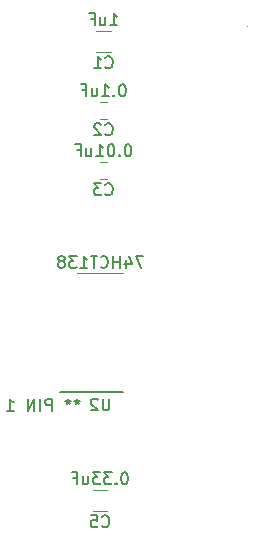
<source format=gbo>
G04 #@! TF.GenerationSoftware,KiCad,Pcbnew,(5.1.5)-3*
G04 #@! TF.CreationDate,2021-09-12T14:11:04+10:00*
G04 #@! TF.ProjectId,CDTV_Reromlocator_v3,43445456-5f52-4657-926f-6d6c6f636174,rev?*
G04 #@! TF.SameCoordinates,Original*
G04 #@! TF.FileFunction,Legend,Bot*
G04 #@! TF.FilePolarity,Positive*
%FSLAX46Y46*%
G04 Gerber Fmt 4.6, Leading zero omitted, Abs format (unit mm)*
G04 Created by KiCad (PCBNEW (5.1.5)-3) date 2021-09-12 14:11:04*
%MOMM*%
%LPD*%
G04 APERTURE LIST*
%ADD10C,0.180000*%
%ADD11C,0.150000*%
%ADD12C,0.120000*%
%ADD13R,1.702000X1.702000*%
%ADD14O,1.702000X1.702000*%
%ADD15C,0.100000*%
%ADD16R,1.802000X1.802000*%
%ADD17O,1.802000X1.802000*%
G04 APERTURE END LIST*
D10*
X82510000Y-128140000D02*
X87900000Y-128140000D01*
D11*
X84010952Y-128712380D02*
X84010952Y-128950476D01*
X84249047Y-128855238D02*
X84010952Y-128950476D01*
X83772857Y-128855238D01*
X84153809Y-129140952D02*
X84010952Y-128950476D01*
X83868095Y-129140952D01*
X83249047Y-128712380D02*
X83249047Y-128950476D01*
X83487142Y-128855238D02*
X83249047Y-128950476D01*
X83010952Y-128855238D01*
X83391904Y-129140952D02*
X83249047Y-128950476D01*
X83106190Y-129140952D01*
X81868095Y-129712380D02*
X81868095Y-128712380D01*
X81487142Y-128712380D01*
X81391904Y-128760000D01*
X81344285Y-128807619D01*
X81296666Y-128902857D01*
X81296666Y-129045714D01*
X81344285Y-129140952D01*
X81391904Y-129188571D01*
X81487142Y-129236190D01*
X81868095Y-129236190D01*
X80868095Y-129712380D02*
X80868095Y-128712380D01*
X80391904Y-129712380D02*
X80391904Y-128712380D01*
X79820476Y-129712380D01*
X79820476Y-128712380D01*
X78058571Y-129712380D02*
X78630000Y-129712380D01*
X78344285Y-129712380D02*
X78344285Y-128712380D01*
X78439523Y-128855238D01*
X78534761Y-128950476D01*
X78630000Y-128998095D01*
D12*
X98360000Y-97090000D02*
X97460000Y-96990000D01*
X85625936Y-99344000D02*
X86830064Y-99344000D01*
X85625936Y-97524000D02*
X86830064Y-97524000D01*
X85966748Y-104986000D02*
X86489252Y-104986000D01*
X85966748Y-103566000D02*
X86489252Y-103566000D01*
X85966748Y-108646000D02*
X86489252Y-108646000D01*
X85966748Y-110066000D02*
X86489252Y-110066000D01*
X85335436Y-136386000D02*
X86539564Y-136386000D01*
X85335436Y-138206000D02*
X86539564Y-138206000D01*
X85974000Y-118012000D02*
X87924000Y-118012000D01*
X85974000Y-118012000D02*
X84024000Y-118012000D01*
X85974000Y-128132000D02*
X87924000Y-128132000D01*
X85974000Y-128132000D02*
X82524000Y-128132000D01*
D11*
X86394666Y-100611142D02*
X86442285Y-100658761D01*
X86585142Y-100706380D01*
X86680380Y-100706380D01*
X86823238Y-100658761D01*
X86918476Y-100563523D01*
X86966095Y-100468285D01*
X87013714Y-100277809D01*
X87013714Y-100134952D01*
X86966095Y-99944476D01*
X86918476Y-99849238D01*
X86823238Y-99754000D01*
X86680380Y-99706380D01*
X86585142Y-99706380D01*
X86442285Y-99754000D01*
X86394666Y-99801619D01*
X85442285Y-100706380D02*
X86013714Y-100706380D01*
X85728000Y-100706380D02*
X85728000Y-99706380D01*
X85823238Y-99849238D01*
X85918476Y-99944476D01*
X86013714Y-99992095D01*
X86823238Y-97066380D02*
X87394666Y-97066380D01*
X87108952Y-97066380D02*
X87108952Y-96066380D01*
X87204190Y-96209238D01*
X87299428Y-96304476D01*
X87394666Y-96352095D01*
X85966095Y-96399714D02*
X85966095Y-97066380D01*
X86394666Y-96399714D02*
X86394666Y-96923523D01*
X86347047Y-97018761D01*
X86251809Y-97066380D01*
X86108952Y-97066380D01*
X86013714Y-97018761D01*
X85966095Y-96971142D01*
X85156571Y-96542571D02*
X85489904Y-96542571D01*
X85489904Y-97066380D02*
X85489904Y-96066380D01*
X85013714Y-96066380D01*
X86394666Y-106283142D02*
X86442285Y-106330761D01*
X86585142Y-106378380D01*
X86680380Y-106378380D01*
X86823238Y-106330761D01*
X86918476Y-106235523D01*
X86966095Y-106140285D01*
X87013714Y-105949809D01*
X87013714Y-105806952D01*
X86966095Y-105616476D01*
X86918476Y-105521238D01*
X86823238Y-105426000D01*
X86680380Y-105378380D01*
X86585142Y-105378380D01*
X86442285Y-105426000D01*
X86394666Y-105473619D01*
X86013714Y-105473619D02*
X85966095Y-105426000D01*
X85870857Y-105378380D01*
X85632761Y-105378380D01*
X85537523Y-105426000D01*
X85489904Y-105473619D01*
X85442285Y-105568857D01*
X85442285Y-105664095D01*
X85489904Y-105806952D01*
X86061333Y-106378380D01*
X85442285Y-106378380D01*
X87870857Y-102078380D02*
X87775619Y-102078380D01*
X87680380Y-102126000D01*
X87632761Y-102173619D01*
X87585142Y-102268857D01*
X87537523Y-102459333D01*
X87537523Y-102697428D01*
X87585142Y-102887904D01*
X87632761Y-102983142D01*
X87680380Y-103030761D01*
X87775619Y-103078380D01*
X87870857Y-103078380D01*
X87966095Y-103030761D01*
X88013714Y-102983142D01*
X88061333Y-102887904D01*
X88108952Y-102697428D01*
X88108952Y-102459333D01*
X88061333Y-102268857D01*
X88013714Y-102173619D01*
X87966095Y-102126000D01*
X87870857Y-102078380D01*
X87108952Y-102983142D02*
X87061333Y-103030761D01*
X87108952Y-103078380D01*
X87156571Y-103030761D01*
X87108952Y-102983142D01*
X87108952Y-103078380D01*
X86108952Y-103078380D02*
X86680380Y-103078380D01*
X86394666Y-103078380D02*
X86394666Y-102078380D01*
X86489904Y-102221238D01*
X86585142Y-102316476D01*
X86680380Y-102364095D01*
X85251809Y-102411714D02*
X85251809Y-103078380D01*
X85680380Y-102411714D02*
X85680380Y-102935523D01*
X85632761Y-103030761D01*
X85537523Y-103078380D01*
X85394666Y-103078380D01*
X85299428Y-103030761D01*
X85251809Y-102983142D01*
X84442285Y-102554571D02*
X84775619Y-102554571D01*
X84775619Y-103078380D02*
X84775619Y-102078380D01*
X84299428Y-102078380D01*
X86394666Y-111363142D02*
X86442285Y-111410761D01*
X86585142Y-111458380D01*
X86680380Y-111458380D01*
X86823238Y-111410761D01*
X86918476Y-111315523D01*
X86966095Y-111220285D01*
X87013714Y-111029809D01*
X87013714Y-110886952D01*
X86966095Y-110696476D01*
X86918476Y-110601238D01*
X86823238Y-110506000D01*
X86680380Y-110458380D01*
X86585142Y-110458380D01*
X86442285Y-110506000D01*
X86394666Y-110553619D01*
X86061333Y-110458380D02*
X85442285Y-110458380D01*
X85775619Y-110839333D01*
X85632761Y-110839333D01*
X85537523Y-110886952D01*
X85489904Y-110934571D01*
X85442285Y-111029809D01*
X85442285Y-111267904D01*
X85489904Y-111363142D01*
X85537523Y-111410761D01*
X85632761Y-111458380D01*
X85918476Y-111458380D01*
X86013714Y-111410761D01*
X86061333Y-111363142D01*
X88347047Y-107158380D02*
X88251809Y-107158380D01*
X88156571Y-107206000D01*
X88108952Y-107253619D01*
X88061333Y-107348857D01*
X88013714Y-107539333D01*
X88013714Y-107777428D01*
X88061333Y-107967904D01*
X88108952Y-108063142D01*
X88156571Y-108110761D01*
X88251809Y-108158380D01*
X88347047Y-108158380D01*
X88442285Y-108110761D01*
X88489904Y-108063142D01*
X88537523Y-107967904D01*
X88585142Y-107777428D01*
X88585142Y-107539333D01*
X88537523Y-107348857D01*
X88489904Y-107253619D01*
X88442285Y-107206000D01*
X88347047Y-107158380D01*
X87585142Y-108063142D02*
X87537523Y-108110761D01*
X87585142Y-108158380D01*
X87632761Y-108110761D01*
X87585142Y-108063142D01*
X87585142Y-108158380D01*
X86918476Y-107158380D02*
X86823238Y-107158380D01*
X86728000Y-107206000D01*
X86680380Y-107253619D01*
X86632761Y-107348857D01*
X86585142Y-107539333D01*
X86585142Y-107777428D01*
X86632761Y-107967904D01*
X86680380Y-108063142D01*
X86728000Y-108110761D01*
X86823238Y-108158380D01*
X86918476Y-108158380D01*
X87013714Y-108110761D01*
X87061333Y-108063142D01*
X87108952Y-107967904D01*
X87156571Y-107777428D01*
X87156571Y-107539333D01*
X87108952Y-107348857D01*
X87061333Y-107253619D01*
X87013714Y-107206000D01*
X86918476Y-107158380D01*
X85632761Y-108158380D02*
X86204190Y-108158380D01*
X85918476Y-108158380D02*
X85918476Y-107158380D01*
X86013714Y-107301238D01*
X86108952Y-107396476D01*
X86204190Y-107444095D01*
X84775619Y-107491714D02*
X84775619Y-108158380D01*
X85204190Y-107491714D02*
X85204190Y-108015523D01*
X85156571Y-108110761D01*
X85061333Y-108158380D01*
X84918476Y-108158380D01*
X84823238Y-108110761D01*
X84775619Y-108063142D01*
X83966095Y-107634571D02*
X84299428Y-107634571D01*
X84299428Y-108158380D02*
X84299428Y-107158380D01*
X83823238Y-107158380D01*
X86104166Y-139473142D02*
X86151785Y-139520761D01*
X86294642Y-139568380D01*
X86389880Y-139568380D01*
X86532738Y-139520761D01*
X86627976Y-139425523D01*
X86675595Y-139330285D01*
X86723214Y-139139809D01*
X86723214Y-138996952D01*
X86675595Y-138806476D01*
X86627976Y-138711238D01*
X86532738Y-138616000D01*
X86389880Y-138568380D01*
X86294642Y-138568380D01*
X86151785Y-138616000D01*
X86104166Y-138663619D01*
X85199404Y-138568380D02*
X85675595Y-138568380D01*
X85723214Y-139044571D01*
X85675595Y-138996952D01*
X85580357Y-138949333D01*
X85342261Y-138949333D01*
X85247023Y-138996952D01*
X85199404Y-139044571D01*
X85151785Y-139139809D01*
X85151785Y-139377904D01*
X85199404Y-139473142D01*
X85247023Y-139520761D01*
X85342261Y-139568380D01*
X85580357Y-139568380D01*
X85675595Y-139520761D01*
X85723214Y-139473142D01*
X88056547Y-134928380D02*
X87961309Y-134928380D01*
X87866071Y-134976000D01*
X87818452Y-135023619D01*
X87770833Y-135118857D01*
X87723214Y-135309333D01*
X87723214Y-135547428D01*
X87770833Y-135737904D01*
X87818452Y-135833142D01*
X87866071Y-135880761D01*
X87961309Y-135928380D01*
X88056547Y-135928380D01*
X88151785Y-135880761D01*
X88199404Y-135833142D01*
X88247023Y-135737904D01*
X88294642Y-135547428D01*
X88294642Y-135309333D01*
X88247023Y-135118857D01*
X88199404Y-135023619D01*
X88151785Y-134976000D01*
X88056547Y-134928380D01*
X87294642Y-135833142D02*
X87247023Y-135880761D01*
X87294642Y-135928380D01*
X87342261Y-135880761D01*
X87294642Y-135833142D01*
X87294642Y-135928380D01*
X86913690Y-134928380D02*
X86294642Y-134928380D01*
X86627976Y-135309333D01*
X86485119Y-135309333D01*
X86389880Y-135356952D01*
X86342261Y-135404571D01*
X86294642Y-135499809D01*
X86294642Y-135737904D01*
X86342261Y-135833142D01*
X86389880Y-135880761D01*
X86485119Y-135928380D01*
X86770833Y-135928380D01*
X86866071Y-135880761D01*
X86913690Y-135833142D01*
X85961309Y-134928380D02*
X85342261Y-134928380D01*
X85675595Y-135309333D01*
X85532738Y-135309333D01*
X85437500Y-135356952D01*
X85389880Y-135404571D01*
X85342261Y-135499809D01*
X85342261Y-135737904D01*
X85389880Y-135833142D01*
X85437500Y-135880761D01*
X85532738Y-135928380D01*
X85818452Y-135928380D01*
X85913690Y-135880761D01*
X85961309Y-135833142D01*
X84485119Y-135261714D02*
X84485119Y-135928380D01*
X84913690Y-135261714D02*
X84913690Y-135785523D01*
X84866071Y-135880761D01*
X84770833Y-135928380D01*
X84627976Y-135928380D01*
X84532738Y-135880761D01*
X84485119Y-135833142D01*
X83675595Y-135404571D02*
X84008928Y-135404571D01*
X84008928Y-135928380D02*
X84008928Y-134928380D01*
X83532738Y-134928380D01*
X86731904Y-128672380D02*
X86731904Y-129481904D01*
X86684285Y-129577142D01*
X86636666Y-129624761D01*
X86541428Y-129672380D01*
X86350952Y-129672380D01*
X86255714Y-129624761D01*
X86208095Y-129577142D01*
X86160476Y-129481904D01*
X86160476Y-128672380D01*
X85731904Y-128767619D02*
X85684285Y-128720000D01*
X85589047Y-128672380D01*
X85350952Y-128672380D01*
X85255714Y-128720000D01*
X85208095Y-128767619D01*
X85160476Y-128862857D01*
X85160476Y-128958095D01*
X85208095Y-129100952D01*
X85779523Y-129672380D01*
X85160476Y-129672380D01*
X89616857Y-116624380D02*
X88950190Y-116624380D01*
X89378761Y-117624380D01*
X88140666Y-116957714D02*
X88140666Y-117624380D01*
X88378761Y-116576761D02*
X88616857Y-117291047D01*
X87997809Y-117291047D01*
X87616857Y-117624380D02*
X87616857Y-116624380D01*
X87616857Y-117100571D02*
X87045428Y-117100571D01*
X87045428Y-117624380D02*
X87045428Y-116624380D01*
X85997809Y-117529142D02*
X86045428Y-117576761D01*
X86188285Y-117624380D01*
X86283523Y-117624380D01*
X86426380Y-117576761D01*
X86521619Y-117481523D01*
X86569238Y-117386285D01*
X86616857Y-117195809D01*
X86616857Y-117052952D01*
X86569238Y-116862476D01*
X86521619Y-116767238D01*
X86426380Y-116672000D01*
X86283523Y-116624380D01*
X86188285Y-116624380D01*
X86045428Y-116672000D01*
X85997809Y-116719619D01*
X85712095Y-116624380D02*
X85140666Y-116624380D01*
X85426380Y-117624380D02*
X85426380Y-116624380D01*
X84283523Y-117624380D02*
X84854952Y-117624380D01*
X84569238Y-117624380D02*
X84569238Y-116624380D01*
X84664476Y-116767238D01*
X84759714Y-116862476D01*
X84854952Y-116910095D01*
X83950190Y-116624380D02*
X83331142Y-116624380D01*
X83664476Y-117005333D01*
X83521619Y-117005333D01*
X83426380Y-117052952D01*
X83378761Y-117100571D01*
X83331142Y-117195809D01*
X83331142Y-117433904D01*
X83378761Y-117529142D01*
X83426380Y-117576761D01*
X83521619Y-117624380D01*
X83807333Y-117624380D01*
X83902571Y-117576761D01*
X83950190Y-117529142D01*
X82759714Y-117052952D02*
X82854952Y-117005333D01*
X82902571Y-116957714D01*
X82950190Y-116862476D01*
X82950190Y-116814857D01*
X82902571Y-116719619D01*
X82854952Y-116672000D01*
X82759714Y-116624380D01*
X82569238Y-116624380D01*
X82474000Y-116672000D01*
X82426380Y-116719619D01*
X82378761Y-116814857D01*
X82378761Y-116862476D01*
X82426380Y-116957714D01*
X82474000Y-117005333D01*
X82569238Y-117052952D01*
X82759714Y-117052952D01*
X82854952Y-117100571D01*
X82902571Y-117148190D01*
X82950190Y-117243428D01*
X82950190Y-117433904D01*
X82902571Y-117529142D01*
X82854952Y-117576761D01*
X82759714Y-117624380D01*
X82569238Y-117624380D01*
X82474000Y-117576761D01*
X82426380Y-117529142D01*
X82378761Y-117433904D01*
X82378761Y-117243428D01*
X82426380Y-117148190D01*
X82474000Y-117100571D01*
X82569238Y-117052952D01*
%LPC*%
D13*
X52182000Y-104540000D03*
D14*
X67422000Y-152800000D03*
X52182000Y-107080000D03*
X67422000Y-150260000D03*
X52182000Y-109620000D03*
X67422000Y-147720000D03*
X52182000Y-112160000D03*
X67422000Y-145180000D03*
X52182000Y-114700000D03*
X67422000Y-142640000D03*
X52182000Y-117240000D03*
X67422000Y-140100000D03*
X52182000Y-119780000D03*
X67422000Y-137560000D03*
X52182000Y-122320000D03*
X67422000Y-135020000D03*
X52182000Y-124860000D03*
X67422000Y-132480000D03*
X52182000Y-127400000D03*
X67422000Y-129940000D03*
X52182000Y-129940000D03*
X67422000Y-127400000D03*
X52182000Y-132480000D03*
X67422000Y-124860000D03*
X52182000Y-135020000D03*
X67422000Y-122320000D03*
X52182000Y-137560000D03*
X67422000Y-119780000D03*
X52182000Y-140100000D03*
X67422000Y-117240000D03*
X52182000Y-142640000D03*
X67422000Y-114700000D03*
X52182000Y-145180000D03*
X67422000Y-112160000D03*
X52182000Y-147720000D03*
X67422000Y-109620000D03*
X52182000Y-150260000D03*
X67422000Y-107080000D03*
X52182000Y-152800000D03*
X67422000Y-104540000D03*
D15*
G36*
X85262363Y-97509290D02*
G01*
X85288369Y-97513148D01*
X85313871Y-97519535D01*
X85338624Y-97528392D01*
X85362390Y-97539633D01*
X85384939Y-97553148D01*
X85406056Y-97568809D01*
X85425535Y-97586465D01*
X85443191Y-97605944D01*
X85458852Y-97627061D01*
X85472367Y-97649610D01*
X85483608Y-97673376D01*
X85492465Y-97698129D01*
X85498852Y-97723631D01*
X85502710Y-97749637D01*
X85504000Y-97775895D01*
X85504000Y-99092105D01*
X85502710Y-99118363D01*
X85498852Y-99144369D01*
X85492465Y-99169871D01*
X85483608Y-99194624D01*
X85472367Y-99218390D01*
X85458852Y-99240939D01*
X85443191Y-99262056D01*
X85425535Y-99281535D01*
X85406056Y-99299191D01*
X85384939Y-99314852D01*
X85362390Y-99328367D01*
X85338624Y-99339608D01*
X85313871Y-99348465D01*
X85288369Y-99354852D01*
X85262363Y-99358710D01*
X85236105Y-99360000D01*
X84244895Y-99360000D01*
X84218637Y-99358710D01*
X84192631Y-99354852D01*
X84167129Y-99348465D01*
X84142376Y-99339608D01*
X84118610Y-99328367D01*
X84096061Y-99314852D01*
X84074944Y-99299191D01*
X84055465Y-99281535D01*
X84037809Y-99262056D01*
X84022148Y-99240939D01*
X84008633Y-99218390D01*
X83997392Y-99194624D01*
X83988535Y-99169871D01*
X83982148Y-99144369D01*
X83978290Y-99118363D01*
X83977000Y-99092105D01*
X83977000Y-97775895D01*
X83978290Y-97749637D01*
X83982148Y-97723631D01*
X83988535Y-97698129D01*
X83997392Y-97673376D01*
X84008633Y-97649610D01*
X84022148Y-97627061D01*
X84037809Y-97605944D01*
X84055465Y-97586465D01*
X84074944Y-97568809D01*
X84096061Y-97553148D01*
X84118610Y-97539633D01*
X84142376Y-97528392D01*
X84167129Y-97519535D01*
X84192631Y-97513148D01*
X84218637Y-97509290D01*
X84244895Y-97508000D01*
X85236105Y-97508000D01*
X85262363Y-97509290D01*
G37*
G36*
X88237363Y-97509290D02*
G01*
X88263369Y-97513148D01*
X88288871Y-97519535D01*
X88313624Y-97528392D01*
X88337390Y-97539633D01*
X88359939Y-97553148D01*
X88381056Y-97568809D01*
X88400535Y-97586465D01*
X88418191Y-97605944D01*
X88433852Y-97627061D01*
X88447367Y-97649610D01*
X88458608Y-97673376D01*
X88467465Y-97698129D01*
X88473852Y-97723631D01*
X88477710Y-97749637D01*
X88479000Y-97775895D01*
X88479000Y-99092105D01*
X88477710Y-99118363D01*
X88473852Y-99144369D01*
X88467465Y-99169871D01*
X88458608Y-99194624D01*
X88447367Y-99218390D01*
X88433852Y-99240939D01*
X88418191Y-99262056D01*
X88400535Y-99281535D01*
X88381056Y-99299191D01*
X88359939Y-99314852D01*
X88337390Y-99328367D01*
X88313624Y-99339608D01*
X88288871Y-99348465D01*
X88263369Y-99354852D01*
X88237363Y-99358710D01*
X88211105Y-99360000D01*
X87219895Y-99360000D01*
X87193637Y-99358710D01*
X87167631Y-99354852D01*
X87142129Y-99348465D01*
X87117376Y-99339608D01*
X87093610Y-99328367D01*
X87071061Y-99314852D01*
X87049944Y-99299191D01*
X87030465Y-99281535D01*
X87012809Y-99262056D01*
X86997148Y-99240939D01*
X86983633Y-99218390D01*
X86972392Y-99194624D01*
X86963535Y-99169871D01*
X86957148Y-99144369D01*
X86953290Y-99118363D01*
X86952000Y-99092105D01*
X86952000Y-97775895D01*
X86953290Y-97749637D01*
X86957148Y-97723631D01*
X86963535Y-97698129D01*
X86972392Y-97673376D01*
X86983633Y-97649610D01*
X86997148Y-97627061D01*
X87012809Y-97605944D01*
X87030465Y-97586465D01*
X87049944Y-97568809D01*
X87071061Y-97553148D01*
X87093610Y-97539633D01*
X87117376Y-97528392D01*
X87142129Y-97519535D01*
X87167631Y-97513148D01*
X87193637Y-97509290D01*
X87219895Y-97508000D01*
X88211105Y-97508000D01*
X88237363Y-97509290D01*
G37*
G36*
X85583505Y-103526311D02*
G01*
X85609925Y-103530230D01*
X85635835Y-103536720D01*
X85660983Y-103545718D01*
X85685128Y-103557138D01*
X85708038Y-103570869D01*
X85729492Y-103586780D01*
X85749282Y-103604718D01*
X85767220Y-103624508D01*
X85783131Y-103645962D01*
X85796862Y-103668872D01*
X85808282Y-103693017D01*
X85817280Y-103718165D01*
X85823770Y-103744075D01*
X85827689Y-103770495D01*
X85829000Y-103797173D01*
X85829000Y-104754827D01*
X85827689Y-104781505D01*
X85823770Y-104807925D01*
X85817280Y-104833835D01*
X85808282Y-104858983D01*
X85796862Y-104883128D01*
X85783131Y-104906038D01*
X85767220Y-104927492D01*
X85749282Y-104947282D01*
X85729492Y-104965220D01*
X85708038Y-104981131D01*
X85685128Y-104994862D01*
X85660983Y-105006282D01*
X85635835Y-105015280D01*
X85609925Y-105021770D01*
X85583505Y-105025689D01*
X85556827Y-105027000D01*
X84849173Y-105027000D01*
X84822495Y-105025689D01*
X84796075Y-105021770D01*
X84770165Y-105015280D01*
X84745017Y-105006282D01*
X84720872Y-104994862D01*
X84697962Y-104981131D01*
X84676508Y-104965220D01*
X84656718Y-104947282D01*
X84638780Y-104927492D01*
X84622869Y-104906038D01*
X84609138Y-104883128D01*
X84597718Y-104858983D01*
X84588720Y-104833835D01*
X84582230Y-104807925D01*
X84578311Y-104781505D01*
X84577000Y-104754827D01*
X84577000Y-103797173D01*
X84578311Y-103770495D01*
X84582230Y-103744075D01*
X84588720Y-103718165D01*
X84597718Y-103693017D01*
X84609138Y-103668872D01*
X84622869Y-103645962D01*
X84638780Y-103624508D01*
X84656718Y-103604718D01*
X84676508Y-103586780D01*
X84697962Y-103570869D01*
X84720872Y-103557138D01*
X84745017Y-103545718D01*
X84770165Y-103536720D01*
X84796075Y-103530230D01*
X84822495Y-103526311D01*
X84849173Y-103525000D01*
X85556827Y-103525000D01*
X85583505Y-103526311D01*
G37*
G36*
X87633505Y-103526311D02*
G01*
X87659925Y-103530230D01*
X87685835Y-103536720D01*
X87710983Y-103545718D01*
X87735128Y-103557138D01*
X87758038Y-103570869D01*
X87779492Y-103586780D01*
X87799282Y-103604718D01*
X87817220Y-103624508D01*
X87833131Y-103645962D01*
X87846862Y-103668872D01*
X87858282Y-103693017D01*
X87867280Y-103718165D01*
X87873770Y-103744075D01*
X87877689Y-103770495D01*
X87879000Y-103797173D01*
X87879000Y-104754827D01*
X87877689Y-104781505D01*
X87873770Y-104807925D01*
X87867280Y-104833835D01*
X87858282Y-104858983D01*
X87846862Y-104883128D01*
X87833131Y-104906038D01*
X87817220Y-104927492D01*
X87799282Y-104947282D01*
X87779492Y-104965220D01*
X87758038Y-104981131D01*
X87735128Y-104994862D01*
X87710983Y-105006282D01*
X87685835Y-105015280D01*
X87659925Y-105021770D01*
X87633505Y-105025689D01*
X87606827Y-105027000D01*
X86899173Y-105027000D01*
X86872495Y-105025689D01*
X86846075Y-105021770D01*
X86820165Y-105015280D01*
X86795017Y-105006282D01*
X86770872Y-104994862D01*
X86747962Y-104981131D01*
X86726508Y-104965220D01*
X86706718Y-104947282D01*
X86688780Y-104927492D01*
X86672869Y-104906038D01*
X86659138Y-104883128D01*
X86647718Y-104858983D01*
X86638720Y-104833835D01*
X86632230Y-104807925D01*
X86628311Y-104781505D01*
X86627000Y-104754827D01*
X86627000Y-103797173D01*
X86628311Y-103770495D01*
X86632230Y-103744075D01*
X86638720Y-103718165D01*
X86647718Y-103693017D01*
X86659138Y-103668872D01*
X86672869Y-103645962D01*
X86688780Y-103624508D01*
X86706718Y-103604718D01*
X86726508Y-103586780D01*
X86747962Y-103570869D01*
X86770872Y-103557138D01*
X86795017Y-103545718D01*
X86820165Y-103536720D01*
X86846075Y-103530230D01*
X86872495Y-103526311D01*
X86899173Y-103525000D01*
X87606827Y-103525000D01*
X87633505Y-103526311D01*
G37*
G36*
X87633505Y-108606311D02*
G01*
X87659925Y-108610230D01*
X87685835Y-108616720D01*
X87710983Y-108625718D01*
X87735128Y-108637138D01*
X87758038Y-108650869D01*
X87779492Y-108666780D01*
X87799282Y-108684718D01*
X87817220Y-108704508D01*
X87833131Y-108725962D01*
X87846862Y-108748872D01*
X87858282Y-108773017D01*
X87867280Y-108798165D01*
X87873770Y-108824075D01*
X87877689Y-108850495D01*
X87879000Y-108877173D01*
X87879000Y-109834827D01*
X87877689Y-109861505D01*
X87873770Y-109887925D01*
X87867280Y-109913835D01*
X87858282Y-109938983D01*
X87846862Y-109963128D01*
X87833131Y-109986038D01*
X87817220Y-110007492D01*
X87799282Y-110027282D01*
X87779492Y-110045220D01*
X87758038Y-110061131D01*
X87735128Y-110074862D01*
X87710983Y-110086282D01*
X87685835Y-110095280D01*
X87659925Y-110101770D01*
X87633505Y-110105689D01*
X87606827Y-110107000D01*
X86899173Y-110107000D01*
X86872495Y-110105689D01*
X86846075Y-110101770D01*
X86820165Y-110095280D01*
X86795017Y-110086282D01*
X86770872Y-110074862D01*
X86747962Y-110061131D01*
X86726508Y-110045220D01*
X86706718Y-110027282D01*
X86688780Y-110007492D01*
X86672869Y-109986038D01*
X86659138Y-109963128D01*
X86647718Y-109938983D01*
X86638720Y-109913835D01*
X86632230Y-109887925D01*
X86628311Y-109861505D01*
X86627000Y-109834827D01*
X86627000Y-108877173D01*
X86628311Y-108850495D01*
X86632230Y-108824075D01*
X86638720Y-108798165D01*
X86647718Y-108773017D01*
X86659138Y-108748872D01*
X86672869Y-108725962D01*
X86688780Y-108704508D01*
X86706718Y-108684718D01*
X86726508Y-108666780D01*
X86747962Y-108650869D01*
X86770872Y-108637138D01*
X86795017Y-108625718D01*
X86820165Y-108616720D01*
X86846075Y-108610230D01*
X86872495Y-108606311D01*
X86899173Y-108605000D01*
X87606827Y-108605000D01*
X87633505Y-108606311D01*
G37*
G36*
X85583505Y-108606311D02*
G01*
X85609925Y-108610230D01*
X85635835Y-108616720D01*
X85660983Y-108625718D01*
X85685128Y-108637138D01*
X85708038Y-108650869D01*
X85729492Y-108666780D01*
X85749282Y-108684718D01*
X85767220Y-108704508D01*
X85783131Y-108725962D01*
X85796862Y-108748872D01*
X85808282Y-108773017D01*
X85817280Y-108798165D01*
X85823770Y-108824075D01*
X85827689Y-108850495D01*
X85829000Y-108877173D01*
X85829000Y-109834827D01*
X85827689Y-109861505D01*
X85823770Y-109887925D01*
X85817280Y-109913835D01*
X85808282Y-109938983D01*
X85796862Y-109963128D01*
X85783131Y-109986038D01*
X85767220Y-110007492D01*
X85749282Y-110027282D01*
X85729492Y-110045220D01*
X85708038Y-110061131D01*
X85685128Y-110074862D01*
X85660983Y-110086282D01*
X85635835Y-110095280D01*
X85609925Y-110101770D01*
X85583505Y-110105689D01*
X85556827Y-110107000D01*
X84849173Y-110107000D01*
X84822495Y-110105689D01*
X84796075Y-110101770D01*
X84770165Y-110095280D01*
X84745017Y-110086282D01*
X84720872Y-110074862D01*
X84697962Y-110061131D01*
X84676508Y-110045220D01*
X84656718Y-110027282D01*
X84638780Y-110007492D01*
X84622869Y-109986038D01*
X84609138Y-109963128D01*
X84597718Y-109938983D01*
X84588720Y-109913835D01*
X84582230Y-109887925D01*
X84578311Y-109861505D01*
X84577000Y-109834827D01*
X84577000Y-108877173D01*
X84578311Y-108850495D01*
X84582230Y-108824075D01*
X84588720Y-108798165D01*
X84597718Y-108773017D01*
X84609138Y-108748872D01*
X84622869Y-108725962D01*
X84638780Y-108704508D01*
X84656718Y-108684718D01*
X84676508Y-108666780D01*
X84697962Y-108650869D01*
X84720872Y-108637138D01*
X84745017Y-108625718D01*
X84770165Y-108616720D01*
X84796075Y-108610230D01*
X84822495Y-108606311D01*
X84849173Y-108605000D01*
X85556827Y-108605000D01*
X85583505Y-108606311D01*
G37*
G36*
X87946863Y-136371290D02*
G01*
X87972869Y-136375148D01*
X87998371Y-136381535D01*
X88023124Y-136390392D01*
X88046890Y-136401633D01*
X88069439Y-136415148D01*
X88090556Y-136430809D01*
X88110035Y-136448465D01*
X88127691Y-136467944D01*
X88143352Y-136489061D01*
X88156867Y-136511610D01*
X88168108Y-136535376D01*
X88176965Y-136560129D01*
X88183352Y-136585631D01*
X88187210Y-136611637D01*
X88188500Y-136637895D01*
X88188500Y-137954105D01*
X88187210Y-137980363D01*
X88183352Y-138006369D01*
X88176965Y-138031871D01*
X88168108Y-138056624D01*
X88156867Y-138080390D01*
X88143352Y-138102939D01*
X88127691Y-138124056D01*
X88110035Y-138143535D01*
X88090556Y-138161191D01*
X88069439Y-138176852D01*
X88046890Y-138190367D01*
X88023124Y-138201608D01*
X87998371Y-138210465D01*
X87972869Y-138216852D01*
X87946863Y-138220710D01*
X87920605Y-138222000D01*
X86929395Y-138222000D01*
X86903137Y-138220710D01*
X86877131Y-138216852D01*
X86851629Y-138210465D01*
X86826876Y-138201608D01*
X86803110Y-138190367D01*
X86780561Y-138176852D01*
X86759444Y-138161191D01*
X86739965Y-138143535D01*
X86722309Y-138124056D01*
X86706648Y-138102939D01*
X86693133Y-138080390D01*
X86681892Y-138056624D01*
X86673035Y-138031871D01*
X86666648Y-138006369D01*
X86662790Y-137980363D01*
X86661500Y-137954105D01*
X86661500Y-136637895D01*
X86662790Y-136611637D01*
X86666648Y-136585631D01*
X86673035Y-136560129D01*
X86681892Y-136535376D01*
X86693133Y-136511610D01*
X86706648Y-136489061D01*
X86722309Y-136467944D01*
X86739965Y-136448465D01*
X86759444Y-136430809D01*
X86780561Y-136415148D01*
X86803110Y-136401633D01*
X86826876Y-136390392D01*
X86851629Y-136381535D01*
X86877131Y-136375148D01*
X86903137Y-136371290D01*
X86929395Y-136370000D01*
X87920605Y-136370000D01*
X87946863Y-136371290D01*
G37*
G36*
X84971863Y-136371290D02*
G01*
X84997869Y-136375148D01*
X85023371Y-136381535D01*
X85048124Y-136390392D01*
X85071890Y-136401633D01*
X85094439Y-136415148D01*
X85115556Y-136430809D01*
X85135035Y-136448465D01*
X85152691Y-136467944D01*
X85168352Y-136489061D01*
X85181867Y-136511610D01*
X85193108Y-136535376D01*
X85201965Y-136560129D01*
X85208352Y-136585631D01*
X85212210Y-136611637D01*
X85213500Y-136637895D01*
X85213500Y-137954105D01*
X85212210Y-137980363D01*
X85208352Y-138006369D01*
X85201965Y-138031871D01*
X85193108Y-138056624D01*
X85181867Y-138080390D01*
X85168352Y-138102939D01*
X85152691Y-138124056D01*
X85135035Y-138143535D01*
X85115556Y-138161191D01*
X85094439Y-138176852D01*
X85071890Y-138190367D01*
X85048124Y-138201608D01*
X85023371Y-138210465D01*
X84997869Y-138216852D01*
X84971863Y-138220710D01*
X84945605Y-138222000D01*
X83954395Y-138222000D01*
X83928137Y-138220710D01*
X83902131Y-138216852D01*
X83876629Y-138210465D01*
X83851876Y-138201608D01*
X83828110Y-138190367D01*
X83805561Y-138176852D01*
X83784444Y-138161191D01*
X83764965Y-138143535D01*
X83747309Y-138124056D01*
X83731648Y-138102939D01*
X83718133Y-138080390D01*
X83706892Y-138056624D01*
X83698035Y-138031871D01*
X83691648Y-138006369D01*
X83687790Y-137980363D01*
X83686500Y-137954105D01*
X83686500Y-136637895D01*
X83687790Y-136611637D01*
X83691648Y-136585631D01*
X83698035Y-136560129D01*
X83706892Y-136535376D01*
X83718133Y-136511610D01*
X83731648Y-136489061D01*
X83747309Y-136467944D01*
X83764965Y-136448465D01*
X83784444Y-136430809D01*
X83805561Y-136415148D01*
X83828110Y-136401633D01*
X83851876Y-136390392D01*
X83876629Y-136381535D01*
X83902131Y-136375148D01*
X83928137Y-136371290D01*
X83954395Y-136370000D01*
X84945605Y-136370000D01*
X84971863Y-136371290D01*
G37*
D13*
X97658000Y-152790000D03*
D14*
X74798000Y-74050000D03*
X97658000Y-150250000D03*
X74798000Y-76590000D03*
X97658000Y-147710000D03*
X74798000Y-79130000D03*
X97658000Y-145170000D03*
X74798000Y-81670000D03*
X97658000Y-142630000D03*
X74798000Y-84210000D03*
X97658000Y-140090000D03*
X74798000Y-86750000D03*
X97658000Y-137550000D03*
X74798000Y-89290000D03*
X97658000Y-135010000D03*
X74798000Y-91830000D03*
X97658000Y-132470000D03*
X74798000Y-94370000D03*
X97658000Y-129930000D03*
X74798000Y-96910000D03*
X97658000Y-127390000D03*
X74798000Y-99450000D03*
X97658000Y-124850000D03*
X74798000Y-101990000D03*
X97658000Y-122310000D03*
X74798000Y-104530000D03*
X97658000Y-119770000D03*
X74798000Y-107070000D03*
X97658000Y-117230000D03*
X74798000Y-109610000D03*
X97658000Y-114690000D03*
X74798000Y-112150000D03*
X97658000Y-112150000D03*
X74798000Y-114690000D03*
X97658000Y-109610000D03*
X74798000Y-117230000D03*
X97658000Y-107070000D03*
X74798000Y-119770000D03*
X97658000Y-104530000D03*
X74798000Y-122310000D03*
X97658000Y-101990000D03*
X74798000Y-124850000D03*
X97658000Y-99450000D03*
X74798000Y-127390000D03*
X97658000Y-96910000D03*
X74798000Y-129930000D03*
X97658000Y-94370000D03*
X74798000Y-132470000D03*
X97658000Y-91830000D03*
X74798000Y-135010000D03*
X97658000Y-89290000D03*
X74798000Y-137550000D03*
X97658000Y-86750000D03*
X74798000Y-140090000D03*
X97658000Y-84210000D03*
X74798000Y-142630000D03*
X97658000Y-81670000D03*
X74798000Y-145170000D03*
X97658000Y-79130000D03*
X74798000Y-147710000D03*
X97658000Y-76590000D03*
X74798000Y-150250000D03*
X97658000Y-74050000D03*
X74798000Y-152790000D03*
D16*
X52200000Y-97860000D03*
D17*
X54740000Y-97860000D03*
X57280000Y-97860000D03*
D15*
G36*
X84366702Y-127166845D02*
G01*
X84383738Y-127169372D01*
X84400445Y-127173557D01*
X84416661Y-127179359D01*
X84432230Y-127186723D01*
X84447003Y-127195577D01*
X84460836Y-127205837D01*
X84473597Y-127217403D01*
X84485163Y-127230164D01*
X84495423Y-127243997D01*
X84504277Y-127258770D01*
X84511641Y-127274339D01*
X84517443Y-127290555D01*
X84521628Y-127307262D01*
X84524155Y-127324298D01*
X84525000Y-127341500D01*
X84525000Y-127692500D01*
X84524155Y-127709702D01*
X84521628Y-127726738D01*
X84517443Y-127743445D01*
X84511641Y-127759661D01*
X84504277Y-127775230D01*
X84495423Y-127790003D01*
X84485163Y-127803836D01*
X84473597Y-127816597D01*
X84460836Y-127828163D01*
X84447003Y-127838423D01*
X84432230Y-127847277D01*
X84416661Y-127854641D01*
X84400445Y-127860443D01*
X84383738Y-127864628D01*
X84366702Y-127867155D01*
X84349500Y-127868000D01*
X82648500Y-127868000D01*
X82631298Y-127867155D01*
X82614262Y-127864628D01*
X82597555Y-127860443D01*
X82581339Y-127854641D01*
X82565770Y-127847277D01*
X82550997Y-127838423D01*
X82537164Y-127828163D01*
X82524403Y-127816597D01*
X82512837Y-127803836D01*
X82502577Y-127790003D01*
X82493723Y-127775230D01*
X82486359Y-127759661D01*
X82480557Y-127743445D01*
X82476372Y-127726738D01*
X82473845Y-127709702D01*
X82473000Y-127692500D01*
X82473000Y-127341500D01*
X82473845Y-127324298D01*
X82476372Y-127307262D01*
X82480557Y-127290555D01*
X82486359Y-127274339D01*
X82493723Y-127258770D01*
X82502577Y-127243997D01*
X82512837Y-127230164D01*
X82524403Y-127217403D01*
X82537164Y-127205837D01*
X82550997Y-127195577D01*
X82565770Y-127186723D01*
X82581339Y-127179359D01*
X82597555Y-127173557D01*
X82614262Y-127169372D01*
X82631298Y-127166845D01*
X82648500Y-127166000D01*
X84349500Y-127166000D01*
X84366702Y-127166845D01*
G37*
G36*
X84366702Y-125896845D02*
G01*
X84383738Y-125899372D01*
X84400445Y-125903557D01*
X84416661Y-125909359D01*
X84432230Y-125916723D01*
X84447003Y-125925577D01*
X84460836Y-125935837D01*
X84473597Y-125947403D01*
X84485163Y-125960164D01*
X84495423Y-125973997D01*
X84504277Y-125988770D01*
X84511641Y-126004339D01*
X84517443Y-126020555D01*
X84521628Y-126037262D01*
X84524155Y-126054298D01*
X84525000Y-126071500D01*
X84525000Y-126422500D01*
X84524155Y-126439702D01*
X84521628Y-126456738D01*
X84517443Y-126473445D01*
X84511641Y-126489661D01*
X84504277Y-126505230D01*
X84495423Y-126520003D01*
X84485163Y-126533836D01*
X84473597Y-126546597D01*
X84460836Y-126558163D01*
X84447003Y-126568423D01*
X84432230Y-126577277D01*
X84416661Y-126584641D01*
X84400445Y-126590443D01*
X84383738Y-126594628D01*
X84366702Y-126597155D01*
X84349500Y-126598000D01*
X82648500Y-126598000D01*
X82631298Y-126597155D01*
X82614262Y-126594628D01*
X82597555Y-126590443D01*
X82581339Y-126584641D01*
X82565770Y-126577277D01*
X82550997Y-126568423D01*
X82537164Y-126558163D01*
X82524403Y-126546597D01*
X82512837Y-126533836D01*
X82502577Y-126520003D01*
X82493723Y-126505230D01*
X82486359Y-126489661D01*
X82480557Y-126473445D01*
X82476372Y-126456738D01*
X82473845Y-126439702D01*
X82473000Y-126422500D01*
X82473000Y-126071500D01*
X82473845Y-126054298D01*
X82476372Y-126037262D01*
X82480557Y-126020555D01*
X82486359Y-126004339D01*
X82493723Y-125988770D01*
X82502577Y-125973997D01*
X82512837Y-125960164D01*
X82524403Y-125947403D01*
X82537164Y-125935837D01*
X82550997Y-125925577D01*
X82565770Y-125916723D01*
X82581339Y-125909359D01*
X82597555Y-125903557D01*
X82614262Y-125899372D01*
X82631298Y-125896845D01*
X82648500Y-125896000D01*
X84349500Y-125896000D01*
X84366702Y-125896845D01*
G37*
G36*
X84366702Y-124626845D02*
G01*
X84383738Y-124629372D01*
X84400445Y-124633557D01*
X84416661Y-124639359D01*
X84432230Y-124646723D01*
X84447003Y-124655577D01*
X84460836Y-124665837D01*
X84473597Y-124677403D01*
X84485163Y-124690164D01*
X84495423Y-124703997D01*
X84504277Y-124718770D01*
X84511641Y-124734339D01*
X84517443Y-124750555D01*
X84521628Y-124767262D01*
X84524155Y-124784298D01*
X84525000Y-124801500D01*
X84525000Y-125152500D01*
X84524155Y-125169702D01*
X84521628Y-125186738D01*
X84517443Y-125203445D01*
X84511641Y-125219661D01*
X84504277Y-125235230D01*
X84495423Y-125250003D01*
X84485163Y-125263836D01*
X84473597Y-125276597D01*
X84460836Y-125288163D01*
X84447003Y-125298423D01*
X84432230Y-125307277D01*
X84416661Y-125314641D01*
X84400445Y-125320443D01*
X84383738Y-125324628D01*
X84366702Y-125327155D01*
X84349500Y-125328000D01*
X82648500Y-125328000D01*
X82631298Y-125327155D01*
X82614262Y-125324628D01*
X82597555Y-125320443D01*
X82581339Y-125314641D01*
X82565770Y-125307277D01*
X82550997Y-125298423D01*
X82537164Y-125288163D01*
X82524403Y-125276597D01*
X82512837Y-125263836D01*
X82502577Y-125250003D01*
X82493723Y-125235230D01*
X82486359Y-125219661D01*
X82480557Y-125203445D01*
X82476372Y-125186738D01*
X82473845Y-125169702D01*
X82473000Y-125152500D01*
X82473000Y-124801500D01*
X82473845Y-124784298D01*
X82476372Y-124767262D01*
X82480557Y-124750555D01*
X82486359Y-124734339D01*
X82493723Y-124718770D01*
X82502577Y-124703997D01*
X82512837Y-124690164D01*
X82524403Y-124677403D01*
X82537164Y-124665837D01*
X82550997Y-124655577D01*
X82565770Y-124646723D01*
X82581339Y-124639359D01*
X82597555Y-124633557D01*
X82614262Y-124629372D01*
X82631298Y-124626845D01*
X82648500Y-124626000D01*
X84349500Y-124626000D01*
X84366702Y-124626845D01*
G37*
G36*
X84366702Y-123356845D02*
G01*
X84383738Y-123359372D01*
X84400445Y-123363557D01*
X84416661Y-123369359D01*
X84432230Y-123376723D01*
X84447003Y-123385577D01*
X84460836Y-123395837D01*
X84473597Y-123407403D01*
X84485163Y-123420164D01*
X84495423Y-123433997D01*
X84504277Y-123448770D01*
X84511641Y-123464339D01*
X84517443Y-123480555D01*
X84521628Y-123497262D01*
X84524155Y-123514298D01*
X84525000Y-123531500D01*
X84525000Y-123882500D01*
X84524155Y-123899702D01*
X84521628Y-123916738D01*
X84517443Y-123933445D01*
X84511641Y-123949661D01*
X84504277Y-123965230D01*
X84495423Y-123980003D01*
X84485163Y-123993836D01*
X84473597Y-124006597D01*
X84460836Y-124018163D01*
X84447003Y-124028423D01*
X84432230Y-124037277D01*
X84416661Y-124044641D01*
X84400445Y-124050443D01*
X84383738Y-124054628D01*
X84366702Y-124057155D01*
X84349500Y-124058000D01*
X82648500Y-124058000D01*
X82631298Y-124057155D01*
X82614262Y-124054628D01*
X82597555Y-124050443D01*
X82581339Y-124044641D01*
X82565770Y-124037277D01*
X82550997Y-124028423D01*
X82537164Y-124018163D01*
X82524403Y-124006597D01*
X82512837Y-123993836D01*
X82502577Y-123980003D01*
X82493723Y-123965230D01*
X82486359Y-123949661D01*
X82480557Y-123933445D01*
X82476372Y-123916738D01*
X82473845Y-123899702D01*
X82473000Y-123882500D01*
X82473000Y-123531500D01*
X82473845Y-123514298D01*
X82476372Y-123497262D01*
X82480557Y-123480555D01*
X82486359Y-123464339D01*
X82493723Y-123448770D01*
X82502577Y-123433997D01*
X82512837Y-123420164D01*
X82524403Y-123407403D01*
X82537164Y-123395837D01*
X82550997Y-123385577D01*
X82565770Y-123376723D01*
X82581339Y-123369359D01*
X82597555Y-123363557D01*
X82614262Y-123359372D01*
X82631298Y-123356845D01*
X82648500Y-123356000D01*
X84349500Y-123356000D01*
X84366702Y-123356845D01*
G37*
G36*
X84366702Y-122086845D02*
G01*
X84383738Y-122089372D01*
X84400445Y-122093557D01*
X84416661Y-122099359D01*
X84432230Y-122106723D01*
X84447003Y-122115577D01*
X84460836Y-122125837D01*
X84473597Y-122137403D01*
X84485163Y-122150164D01*
X84495423Y-122163997D01*
X84504277Y-122178770D01*
X84511641Y-122194339D01*
X84517443Y-122210555D01*
X84521628Y-122227262D01*
X84524155Y-122244298D01*
X84525000Y-122261500D01*
X84525000Y-122612500D01*
X84524155Y-122629702D01*
X84521628Y-122646738D01*
X84517443Y-122663445D01*
X84511641Y-122679661D01*
X84504277Y-122695230D01*
X84495423Y-122710003D01*
X84485163Y-122723836D01*
X84473597Y-122736597D01*
X84460836Y-122748163D01*
X84447003Y-122758423D01*
X84432230Y-122767277D01*
X84416661Y-122774641D01*
X84400445Y-122780443D01*
X84383738Y-122784628D01*
X84366702Y-122787155D01*
X84349500Y-122788000D01*
X82648500Y-122788000D01*
X82631298Y-122787155D01*
X82614262Y-122784628D01*
X82597555Y-122780443D01*
X82581339Y-122774641D01*
X82565770Y-122767277D01*
X82550997Y-122758423D01*
X82537164Y-122748163D01*
X82524403Y-122736597D01*
X82512837Y-122723836D01*
X82502577Y-122710003D01*
X82493723Y-122695230D01*
X82486359Y-122679661D01*
X82480557Y-122663445D01*
X82476372Y-122646738D01*
X82473845Y-122629702D01*
X82473000Y-122612500D01*
X82473000Y-122261500D01*
X82473845Y-122244298D01*
X82476372Y-122227262D01*
X82480557Y-122210555D01*
X82486359Y-122194339D01*
X82493723Y-122178770D01*
X82502577Y-122163997D01*
X82512837Y-122150164D01*
X82524403Y-122137403D01*
X82537164Y-122125837D01*
X82550997Y-122115577D01*
X82565770Y-122106723D01*
X82581339Y-122099359D01*
X82597555Y-122093557D01*
X82614262Y-122089372D01*
X82631298Y-122086845D01*
X82648500Y-122086000D01*
X84349500Y-122086000D01*
X84366702Y-122086845D01*
G37*
G36*
X84366702Y-120816845D02*
G01*
X84383738Y-120819372D01*
X84400445Y-120823557D01*
X84416661Y-120829359D01*
X84432230Y-120836723D01*
X84447003Y-120845577D01*
X84460836Y-120855837D01*
X84473597Y-120867403D01*
X84485163Y-120880164D01*
X84495423Y-120893997D01*
X84504277Y-120908770D01*
X84511641Y-120924339D01*
X84517443Y-120940555D01*
X84521628Y-120957262D01*
X84524155Y-120974298D01*
X84525000Y-120991500D01*
X84525000Y-121342500D01*
X84524155Y-121359702D01*
X84521628Y-121376738D01*
X84517443Y-121393445D01*
X84511641Y-121409661D01*
X84504277Y-121425230D01*
X84495423Y-121440003D01*
X84485163Y-121453836D01*
X84473597Y-121466597D01*
X84460836Y-121478163D01*
X84447003Y-121488423D01*
X84432230Y-121497277D01*
X84416661Y-121504641D01*
X84400445Y-121510443D01*
X84383738Y-121514628D01*
X84366702Y-121517155D01*
X84349500Y-121518000D01*
X82648500Y-121518000D01*
X82631298Y-121517155D01*
X82614262Y-121514628D01*
X82597555Y-121510443D01*
X82581339Y-121504641D01*
X82565770Y-121497277D01*
X82550997Y-121488423D01*
X82537164Y-121478163D01*
X82524403Y-121466597D01*
X82512837Y-121453836D01*
X82502577Y-121440003D01*
X82493723Y-121425230D01*
X82486359Y-121409661D01*
X82480557Y-121393445D01*
X82476372Y-121376738D01*
X82473845Y-121359702D01*
X82473000Y-121342500D01*
X82473000Y-120991500D01*
X82473845Y-120974298D01*
X82476372Y-120957262D01*
X82480557Y-120940555D01*
X82486359Y-120924339D01*
X82493723Y-120908770D01*
X82502577Y-120893997D01*
X82512837Y-120880164D01*
X82524403Y-120867403D01*
X82537164Y-120855837D01*
X82550997Y-120845577D01*
X82565770Y-120836723D01*
X82581339Y-120829359D01*
X82597555Y-120823557D01*
X82614262Y-120819372D01*
X82631298Y-120816845D01*
X82648500Y-120816000D01*
X84349500Y-120816000D01*
X84366702Y-120816845D01*
G37*
G36*
X84366702Y-119546845D02*
G01*
X84383738Y-119549372D01*
X84400445Y-119553557D01*
X84416661Y-119559359D01*
X84432230Y-119566723D01*
X84447003Y-119575577D01*
X84460836Y-119585837D01*
X84473597Y-119597403D01*
X84485163Y-119610164D01*
X84495423Y-119623997D01*
X84504277Y-119638770D01*
X84511641Y-119654339D01*
X84517443Y-119670555D01*
X84521628Y-119687262D01*
X84524155Y-119704298D01*
X84525000Y-119721500D01*
X84525000Y-120072500D01*
X84524155Y-120089702D01*
X84521628Y-120106738D01*
X84517443Y-120123445D01*
X84511641Y-120139661D01*
X84504277Y-120155230D01*
X84495423Y-120170003D01*
X84485163Y-120183836D01*
X84473597Y-120196597D01*
X84460836Y-120208163D01*
X84447003Y-120218423D01*
X84432230Y-120227277D01*
X84416661Y-120234641D01*
X84400445Y-120240443D01*
X84383738Y-120244628D01*
X84366702Y-120247155D01*
X84349500Y-120248000D01*
X82648500Y-120248000D01*
X82631298Y-120247155D01*
X82614262Y-120244628D01*
X82597555Y-120240443D01*
X82581339Y-120234641D01*
X82565770Y-120227277D01*
X82550997Y-120218423D01*
X82537164Y-120208163D01*
X82524403Y-120196597D01*
X82512837Y-120183836D01*
X82502577Y-120170003D01*
X82493723Y-120155230D01*
X82486359Y-120139661D01*
X82480557Y-120123445D01*
X82476372Y-120106738D01*
X82473845Y-120089702D01*
X82473000Y-120072500D01*
X82473000Y-119721500D01*
X82473845Y-119704298D01*
X82476372Y-119687262D01*
X82480557Y-119670555D01*
X82486359Y-119654339D01*
X82493723Y-119638770D01*
X82502577Y-119623997D01*
X82512837Y-119610164D01*
X82524403Y-119597403D01*
X82537164Y-119585837D01*
X82550997Y-119575577D01*
X82565770Y-119566723D01*
X82581339Y-119559359D01*
X82597555Y-119553557D01*
X82614262Y-119549372D01*
X82631298Y-119546845D01*
X82648500Y-119546000D01*
X84349500Y-119546000D01*
X84366702Y-119546845D01*
G37*
G36*
X84366702Y-118276845D02*
G01*
X84383738Y-118279372D01*
X84400445Y-118283557D01*
X84416661Y-118289359D01*
X84432230Y-118296723D01*
X84447003Y-118305577D01*
X84460836Y-118315837D01*
X84473597Y-118327403D01*
X84485163Y-118340164D01*
X84495423Y-118353997D01*
X84504277Y-118368770D01*
X84511641Y-118384339D01*
X84517443Y-118400555D01*
X84521628Y-118417262D01*
X84524155Y-118434298D01*
X84525000Y-118451500D01*
X84525000Y-118802500D01*
X84524155Y-118819702D01*
X84521628Y-118836738D01*
X84517443Y-118853445D01*
X84511641Y-118869661D01*
X84504277Y-118885230D01*
X84495423Y-118900003D01*
X84485163Y-118913836D01*
X84473597Y-118926597D01*
X84460836Y-118938163D01*
X84447003Y-118948423D01*
X84432230Y-118957277D01*
X84416661Y-118964641D01*
X84400445Y-118970443D01*
X84383738Y-118974628D01*
X84366702Y-118977155D01*
X84349500Y-118978000D01*
X82648500Y-118978000D01*
X82631298Y-118977155D01*
X82614262Y-118974628D01*
X82597555Y-118970443D01*
X82581339Y-118964641D01*
X82565770Y-118957277D01*
X82550997Y-118948423D01*
X82537164Y-118938163D01*
X82524403Y-118926597D01*
X82512837Y-118913836D01*
X82502577Y-118900003D01*
X82493723Y-118885230D01*
X82486359Y-118869661D01*
X82480557Y-118853445D01*
X82476372Y-118836738D01*
X82473845Y-118819702D01*
X82473000Y-118802500D01*
X82473000Y-118451500D01*
X82473845Y-118434298D01*
X82476372Y-118417262D01*
X82480557Y-118400555D01*
X82486359Y-118384339D01*
X82493723Y-118368770D01*
X82502577Y-118353997D01*
X82512837Y-118340164D01*
X82524403Y-118327403D01*
X82537164Y-118315837D01*
X82550997Y-118305577D01*
X82565770Y-118296723D01*
X82581339Y-118289359D01*
X82597555Y-118283557D01*
X82614262Y-118279372D01*
X82631298Y-118276845D01*
X82648500Y-118276000D01*
X84349500Y-118276000D01*
X84366702Y-118276845D01*
G37*
G36*
X89316702Y-118276845D02*
G01*
X89333738Y-118279372D01*
X89350445Y-118283557D01*
X89366661Y-118289359D01*
X89382230Y-118296723D01*
X89397003Y-118305577D01*
X89410836Y-118315837D01*
X89423597Y-118327403D01*
X89435163Y-118340164D01*
X89445423Y-118353997D01*
X89454277Y-118368770D01*
X89461641Y-118384339D01*
X89467443Y-118400555D01*
X89471628Y-118417262D01*
X89474155Y-118434298D01*
X89475000Y-118451500D01*
X89475000Y-118802500D01*
X89474155Y-118819702D01*
X89471628Y-118836738D01*
X89467443Y-118853445D01*
X89461641Y-118869661D01*
X89454277Y-118885230D01*
X89445423Y-118900003D01*
X89435163Y-118913836D01*
X89423597Y-118926597D01*
X89410836Y-118938163D01*
X89397003Y-118948423D01*
X89382230Y-118957277D01*
X89366661Y-118964641D01*
X89350445Y-118970443D01*
X89333738Y-118974628D01*
X89316702Y-118977155D01*
X89299500Y-118978000D01*
X87598500Y-118978000D01*
X87581298Y-118977155D01*
X87564262Y-118974628D01*
X87547555Y-118970443D01*
X87531339Y-118964641D01*
X87515770Y-118957277D01*
X87500997Y-118948423D01*
X87487164Y-118938163D01*
X87474403Y-118926597D01*
X87462837Y-118913836D01*
X87452577Y-118900003D01*
X87443723Y-118885230D01*
X87436359Y-118869661D01*
X87430557Y-118853445D01*
X87426372Y-118836738D01*
X87423845Y-118819702D01*
X87423000Y-118802500D01*
X87423000Y-118451500D01*
X87423845Y-118434298D01*
X87426372Y-118417262D01*
X87430557Y-118400555D01*
X87436359Y-118384339D01*
X87443723Y-118368770D01*
X87452577Y-118353997D01*
X87462837Y-118340164D01*
X87474403Y-118327403D01*
X87487164Y-118315837D01*
X87500997Y-118305577D01*
X87515770Y-118296723D01*
X87531339Y-118289359D01*
X87547555Y-118283557D01*
X87564262Y-118279372D01*
X87581298Y-118276845D01*
X87598500Y-118276000D01*
X89299500Y-118276000D01*
X89316702Y-118276845D01*
G37*
G36*
X89316702Y-119546845D02*
G01*
X89333738Y-119549372D01*
X89350445Y-119553557D01*
X89366661Y-119559359D01*
X89382230Y-119566723D01*
X89397003Y-119575577D01*
X89410836Y-119585837D01*
X89423597Y-119597403D01*
X89435163Y-119610164D01*
X89445423Y-119623997D01*
X89454277Y-119638770D01*
X89461641Y-119654339D01*
X89467443Y-119670555D01*
X89471628Y-119687262D01*
X89474155Y-119704298D01*
X89475000Y-119721500D01*
X89475000Y-120072500D01*
X89474155Y-120089702D01*
X89471628Y-120106738D01*
X89467443Y-120123445D01*
X89461641Y-120139661D01*
X89454277Y-120155230D01*
X89445423Y-120170003D01*
X89435163Y-120183836D01*
X89423597Y-120196597D01*
X89410836Y-120208163D01*
X89397003Y-120218423D01*
X89382230Y-120227277D01*
X89366661Y-120234641D01*
X89350445Y-120240443D01*
X89333738Y-120244628D01*
X89316702Y-120247155D01*
X89299500Y-120248000D01*
X87598500Y-120248000D01*
X87581298Y-120247155D01*
X87564262Y-120244628D01*
X87547555Y-120240443D01*
X87531339Y-120234641D01*
X87515770Y-120227277D01*
X87500997Y-120218423D01*
X87487164Y-120208163D01*
X87474403Y-120196597D01*
X87462837Y-120183836D01*
X87452577Y-120170003D01*
X87443723Y-120155230D01*
X87436359Y-120139661D01*
X87430557Y-120123445D01*
X87426372Y-120106738D01*
X87423845Y-120089702D01*
X87423000Y-120072500D01*
X87423000Y-119721500D01*
X87423845Y-119704298D01*
X87426372Y-119687262D01*
X87430557Y-119670555D01*
X87436359Y-119654339D01*
X87443723Y-119638770D01*
X87452577Y-119623997D01*
X87462837Y-119610164D01*
X87474403Y-119597403D01*
X87487164Y-119585837D01*
X87500997Y-119575577D01*
X87515770Y-119566723D01*
X87531339Y-119559359D01*
X87547555Y-119553557D01*
X87564262Y-119549372D01*
X87581298Y-119546845D01*
X87598500Y-119546000D01*
X89299500Y-119546000D01*
X89316702Y-119546845D01*
G37*
G36*
X89316702Y-120816845D02*
G01*
X89333738Y-120819372D01*
X89350445Y-120823557D01*
X89366661Y-120829359D01*
X89382230Y-120836723D01*
X89397003Y-120845577D01*
X89410836Y-120855837D01*
X89423597Y-120867403D01*
X89435163Y-120880164D01*
X89445423Y-120893997D01*
X89454277Y-120908770D01*
X89461641Y-120924339D01*
X89467443Y-120940555D01*
X89471628Y-120957262D01*
X89474155Y-120974298D01*
X89475000Y-120991500D01*
X89475000Y-121342500D01*
X89474155Y-121359702D01*
X89471628Y-121376738D01*
X89467443Y-121393445D01*
X89461641Y-121409661D01*
X89454277Y-121425230D01*
X89445423Y-121440003D01*
X89435163Y-121453836D01*
X89423597Y-121466597D01*
X89410836Y-121478163D01*
X89397003Y-121488423D01*
X89382230Y-121497277D01*
X89366661Y-121504641D01*
X89350445Y-121510443D01*
X89333738Y-121514628D01*
X89316702Y-121517155D01*
X89299500Y-121518000D01*
X87598500Y-121518000D01*
X87581298Y-121517155D01*
X87564262Y-121514628D01*
X87547555Y-121510443D01*
X87531339Y-121504641D01*
X87515770Y-121497277D01*
X87500997Y-121488423D01*
X87487164Y-121478163D01*
X87474403Y-121466597D01*
X87462837Y-121453836D01*
X87452577Y-121440003D01*
X87443723Y-121425230D01*
X87436359Y-121409661D01*
X87430557Y-121393445D01*
X87426372Y-121376738D01*
X87423845Y-121359702D01*
X87423000Y-121342500D01*
X87423000Y-120991500D01*
X87423845Y-120974298D01*
X87426372Y-120957262D01*
X87430557Y-120940555D01*
X87436359Y-120924339D01*
X87443723Y-120908770D01*
X87452577Y-120893997D01*
X87462837Y-120880164D01*
X87474403Y-120867403D01*
X87487164Y-120855837D01*
X87500997Y-120845577D01*
X87515770Y-120836723D01*
X87531339Y-120829359D01*
X87547555Y-120823557D01*
X87564262Y-120819372D01*
X87581298Y-120816845D01*
X87598500Y-120816000D01*
X89299500Y-120816000D01*
X89316702Y-120816845D01*
G37*
G36*
X89316702Y-122086845D02*
G01*
X89333738Y-122089372D01*
X89350445Y-122093557D01*
X89366661Y-122099359D01*
X89382230Y-122106723D01*
X89397003Y-122115577D01*
X89410836Y-122125837D01*
X89423597Y-122137403D01*
X89435163Y-122150164D01*
X89445423Y-122163997D01*
X89454277Y-122178770D01*
X89461641Y-122194339D01*
X89467443Y-122210555D01*
X89471628Y-122227262D01*
X89474155Y-122244298D01*
X89475000Y-122261500D01*
X89475000Y-122612500D01*
X89474155Y-122629702D01*
X89471628Y-122646738D01*
X89467443Y-122663445D01*
X89461641Y-122679661D01*
X89454277Y-122695230D01*
X89445423Y-122710003D01*
X89435163Y-122723836D01*
X89423597Y-122736597D01*
X89410836Y-122748163D01*
X89397003Y-122758423D01*
X89382230Y-122767277D01*
X89366661Y-122774641D01*
X89350445Y-122780443D01*
X89333738Y-122784628D01*
X89316702Y-122787155D01*
X89299500Y-122788000D01*
X87598500Y-122788000D01*
X87581298Y-122787155D01*
X87564262Y-122784628D01*
X87547555Y-122780443D01*
X87531339Y-122774641D01*
X87515770Y-122767277D01*
X87500997Y-122758423D01*
X87487164Y-122748163D01*
X87474403Y-122736597D01*
X87462837Y-122723836D01*
X87452577Y-122710003D01*
X87443723Y-122695230D01*
X87436359Y-122679661D01*
X87430557Y-122663445D01*
X87426372Y-122646738D01*
X87423845Y-122629702D01*
X87423000Y-122612500D01*
X87423000Y-122261500D01*
X87423845Y-122244298D01*
X87426372Y-122227262D01*
X87430557Y-122210555D01*
X87436359Y-122194339D01*
X87443723Y-122178770D01*
X87452577Y-122163997D01*
X87462837Y-122150164D01*
X87474403Y-122137403D01*
X87487164Y-122125837D01*
X87500997Y-122115577D01*
X87515770Y-122106723D01*
X87531339Y-122099359D01*
X87547555Y-122093557D01*
X87564262Y-122089372D01*
X87581298Y-122086845D01*
X87598500Y-122086000D01*
X89299500Y-122086000D01*
X89316702Y-122086845D01*
G37*
G36*
X89316702Y-123356845D02*
G01*
X89333738Y-123359372D01*
X89350445Y-123363557D01*
X89366661Y-123369359D01*
X89382230Y-123376723D01*
X89397003Y-123385577D01*
X89410836Y-123395837D01*
X89423597Y-123407403D01*
X89435163Y-123420164D01*
X89445423Y-123433997D01*
X89454277Y-123448770D01*
X89461641Y-123464339D01*
X89467443Y-123480555D01*
X89471628Y-123497262D01*
X89474155Y-123514298D01*
X89475000Y-123531500D01*
X89475000Y-123882500D01*
X89474155Y-123899702D01*
X89471628Y-123916738D01*
X89467443Y-123933445D01*
X89461641Y-123949661D01*
X89454277Y-123965230D01*
X89445423Y-123980003D01*
X89435163Y-123993836D01*
X89423597Y-124006597D01*
X89410836Y-124018163D01*
X89397003Y-124028423D01*
X89382230Y-124037277D01*
X89366661Y-124044641D01*
X89350445Y-124050443D01*
X89333738Y-124054628D01*
X89316702Y-124057155D01*
X89299500Y-124058000D01*
X87598500Y-124058000D01*
X87581298Y-124057155D01*
X87564262Y-124054628D01*
X87547555Y-124050443D01*
X87531339Y-124044641D01*
X87515770Y-124037277D01*
X87500997Y-124028423D01*
X87487164Y-124018163D01*
X87474403Y-124006597D01*
X87462837Y-123993836D01*
X87452577Y-123980003D01*
X87443723Y-123965230D01*
X87436359Y-123949661D01*
X87430557Y-123933445D01*
X87426372Y-123916738D01*
X87423845Y-123899702D01*
X87423000Y-123882500D01*
X87423000Y-123531500D01*
X87423845Y-123514298D01*
X87426372Y-123497262D01*
X87430557Y-123480555D01*
X87436359Y-123464339D01*
X87443723Y-123448770D01*
X87452577Y-123433997D01*
X87462837Y-123420164D01*
X87474403Y-123407403D01*
X87487164Y-123395837D01*
X87500997Y-123385577D01*
X87515770Y-123376723D01*
X87531339Y-123369359D01*
X87547555Y-123363557D01*
X87564262Y-123359372D01*
X87581298Y-123356845D01*
X87598500Y-123356000D01*
X89299500Y-123356000D01*
X89316702Y-123356845D01*
G37*
G36*
X89316702Y-124626845D02*
G01*
X89333738Y-124629372D01*
X89350445Y-124633557D01*
X89366661Y-124639359D01*
X89382230Y-124646723D01*
X89397003Y-124655577D01*
X89410836Y-124665837D01*
X89423597Y-124677403D01*
X89435163Y-124690164D01*
X89445423Y-124703997D01*
X89454277Y-124718770D01*
X89461641Y-124734339D01*
X89467443Y-124750555D01*
X89471628Y-124767262D01*
X89474155Y-124784298D01*
X89475000Y-124801500D01*
X89475000Y-125152500D01*
X89474155Y-125169702D01*
X89471628Y-125186738D01*
X89467443Y-125203445D01*
X89461641Y-125219661D01*
X89454277Y-125235230D01*
X89445423Y-125250003D01*
X89435163Y-125263836D01*
X89423597Y-125276597D01*
X89410836Y-125288163D01*
X89397003Y-125298423D01*
X89382230Y-125307277D01*
X89366661Y-125314641D01*
X89350445Y-125320443D01*
X89333738Y-125324628D01*
X89316702Y-125327155D01*
X89299500Y-125328000D01*
X87598500Y-125328000D01*
X87581298Y-125327155D01*
X87564262Y-125324628D01*
X87547555Y-125320443D01*
X87531339Y-125314641D01*
X87515770Y-125307277D01*
X87500997Y-125298423D01*
X87487164Y-125288163D01*
X87474403Y-125276597D01*
X87462837Y-125263836D01*
X87452577Y-125250003D01*
X87443723Y-125235230D01*
X87436359Y-125219661D01*
X87430557Y-125203445D01*
X87426372Y-125186738D01*
X87423845Y-125169702D01*
X87423000Y-125152500D01*
X87423000Y-124801500D01*
X87423845Y-124784298D01*
X87426372Y-124767262D01*
X87430557Y-124750555D01*
X87436359Y-124734339D01*
X87443723Y-124718770D01*
X87452577Y-124703997D01*
X87462837Y-124690164D01*
X87474403Y-124677403D01*
X87487164Y-124665837D01*
X87500997Y-124655577D01*
X87515770Y-124646723D01*
X87531339Y-124639359D01*
X87547555Y-124633557D01*
X87564262Y-124629372D01*
X87581298Y-124626845D01*
X87598500Y-124626000D01*
X89299500Y-124626000D01*
X89316702Y-124626845D01*
G37*
G36*
X89316702Y-125896845D02*
G01*
X89333738Y-125899372D01*
X89350445Y-125903557D01*
X89366661Y-125909359D01*
X89382230Y-125916723D01*
X89397003Y-125925577D01*
X89410836Y-125935837D01*
X89423597Y-125947403D01*
X89435163Y-125960164D01*
X89445423Y-125973997D01*
X89454277Y-125988770D01*
X89461641Y-126004339D01*
X89467443Y-126020555D01*
X89471628Y-126037262D01*
X89474155Y-126054298D01*
X89475000Y-126071500D01*
X89475000Y-126422500D01*
X89474155Y-126439702D01*
X89471628Y-126456738D01*
X89467443Y-126473445D01*
X89461641Y-126489661D01*
X89454277Y-126505230D01*
X89445423Y-126520003D01*
X89435163Y-126533836D01*
X89423597Y-126546597D01*
X89410836Y-126558163D01*
X89397003Y-126568423D01*
X89382230Y-126577277D01*
X89366661Y-126584641D01*
X89350445Y-126590443D01*
X89333738Y-126594628D01*
X89316702Y-126597155D01*
X89299500Y-126598000D01*
X87598500Y-126598000D01*
X87581298Y-126597155D01*
X87564262Y-126594628D01*
X87547555Y-126590443D01*
X87531339Y-126584641D01*
X87515770Y-126577277D01*
X87500997Y-126568423D01*
X87487164Y-126558163D01*
X87474403Y-126546597D01*
X87462837Y-126533836D01*
X87452577Y-126520003D01*
X87443723Y-126505230D01*
X87436359Y-126489661D01*
X87430557Y-126473445D01*
X87426372Y-126456738D01*
X87423845Y-126439702D01*
X87423000Y-126422500D01*
X87423000Y-126071500D01*
X87423845Y-126054298D01*
X87426372Y-126037262D01*
X87430557Y-126020555D01*
X87436359Y-126004339D01*
X87443723Y-125988770D01*
X87452577Y-125973997D01*
X87462837Y-125960164D01*
X87474403Y-125947403D01*
X87487164Y-125935837D01*
X87500997Y-125925577D01*
X87515770Y-125916723D01*
X87531339Y-125909359D01*
X87547555Y-125903557D01*
X87564262Y-125899372D01*
X87581298Y-125896845D01*
X87598500Y-125896000D01*
X89299500Y-125896000D01*
X89316702Y-125896845D01*
G37*
G36*
X89316702Y-127166845D02*
G01*
X89333738Y-127169372D01*
X89350445Y-127173557D01*
X89366661Y-127179359D01*
X89382230Y-127186723D01*
X89397003Y-127195577D01*
X89410836Y-127205837D01*
X89423597Y-127217403D01*
X89435163Y-127230164D01*
X89445423Y-127243997D01*
X89454277Y-127258770D01*
X89461641Y-127274339D01*
X89467443Y-127290555D01*
X89471628Y-127307262D01*
X89474155Y-127324298D01*
X89475000Y-127341500D01*
X89475000Y-127692500D01*
X89474155Y-127709702D01*
X89471628Y-127726738D01*
X89467443Y-127743445D01*
X89461641Y-127759661D01*
X89454277Y-127775230D01*
X89445423Y-127790003D01*
X89435163Y-127803836D01*
X89423597Y-127816597D01*
X89410836Y-127828163D01*
X89397003Y-127838423D01*
X89382230Y-127847277D01*
X89366661Y-127854641D01*
X89350445Y-127860443D01*
X89333738Y-127864628D01*
X89316702Y-127867155D01*
X89299500Y-127868000D01*
X87598500Y-127868000D01*
X87581298Y-127867155D01*
X87564262Y-127864628D01*
X87547555Y-127860443D01*
X87531339Y-127854641D01*
X87515770Y-127847277D01*
X87500997Y-127838423D01*
X87487164Y-127828163D01*
X87474403Y-127816597D01*
X87462837Y-127803836D01*
X87452577Y-127790003D01*
X87443723Y-127775230D01*
X87436359Y-127759661D01*
X87430557Y-127743445D01*
X87426372Y-127726738D01*
X87423845Y-127709702D01*
X87423000Y-127692500D01*
X87423000Y-127341500D01*
X87423845Y-127324298D01*
X87426372Y-127307262D01*
X87430557Y-127290555D01*
X87436359Y-127274339D01*
X87443723Y-127258770D01*
X87452577Y-127243997D01*
X87462837Y-127230164D01*
X87474403Y-127217403D01*
X87487164Y-127205837D01*
X87500997Y-127195577D01*
X87515770Y-127186723D01*
X87531339Y-127179359D01*
X87547555Y-127173557D01*
X87564262Y-127169372D01*
X87581298Y-127166845D01*
X87598500Y-127166000D01*
X89299500Y-127166000D01*
X89316702Y-127166845D01*
G37*
D13*
X182118000Y-114300000D03*
D14*
X103378000Y-137160000D03*
X179578000Y-114300000D03*
X105918000Y-137160000D03*
X177038000Y-114300000D03*
X108458000Y-137160000D03*
X174498000Y-114300000D03*
X110998000Y-137160000D03*
X171958000Y-114300000D03*
X113538000Y-137160000D03*
X169418000Y-114300000D03*
X116078000Y-137160000D03*
X166878000Y-114300000D03*
X118618000Y-137160000D03*
X164338000Y-114300000D03*
X121158000Y-137160000D03*
X161798000Y-114300000D03*
X123698000Y-137160000D03*
X159258000Y-114300000D03*
X126238000Y-137160000D03*
X156718000Y-114300000D03*
X128778000Y-137160000D03*
X154178000Y-114300000D03*
X131318000Y-137160000D03*
X151638000Y-114300000D03*
X133858000Y-137160000D03*
X149098000Y-114300000D03*
X136398000Y-137160000D03*
X146558000Y-114300000D03*
X138938000Y-137160000D03*
X144018000Y-114300000D03*
X141478000Y-137160000D03*
X141478000Y-114300000D03*
X144018000Y-137160000D03*
X138938000Y-114300000D03*
X146558000Y-137160000D03*
X136398000Y-114300000D03*
X149098000Y-137160000D03*
X133858000Y-114300000D03*
X151638000Y-137160000D03*
X131318000Y-114300000D03*
X154178000Y-137160000D03*
X128778000Y-114300000D03*
X156718000Y-137160000D03*
X126238000Y-114300000D03*
X159258000Y-137160000D03*
X123698000Y-114300000D03*
X161798000Y-137160000D03*
X121158000Y-114300000D03*
X164338000Y-137160000D03*
X118618000Y-114300000D03*
X166878000Y-137160000D03*
X116078000Y-114300000D03*
X169418000Y-137160000D03*
X113538000Y-114300000D03*
X171958000Y-137160000D03*
X110998000Y-114300000D03*
X174498000Y-137160000D03*
X108458000Y-114300000D03*
X177038000Y-137160000D03*
X105918000Y-114300000D03*
X179578000Y-137160000D03*
X103378000Y-114300000D03*
X182118000Y-137160000D03*
M02*

</source>
